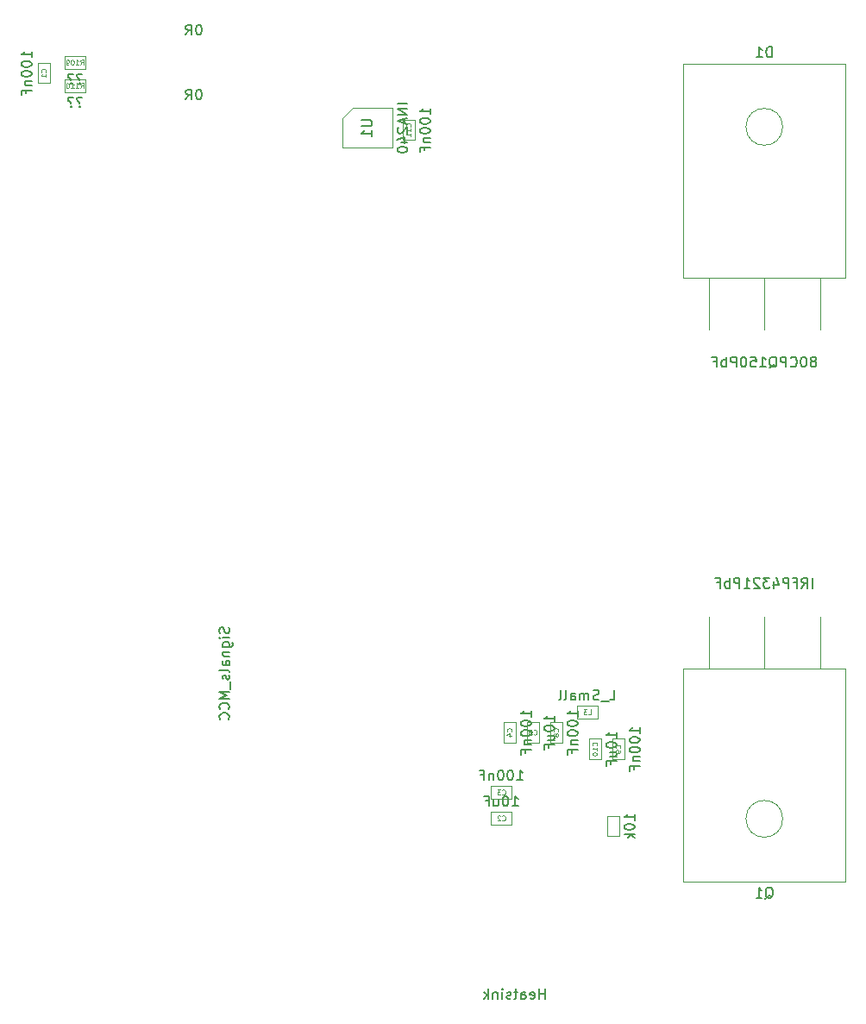
<source format=gbr>
G04 #@! TF.GenerationSoftware,KiCad,Pcbnew,(5.0.0-rc2-dev-586-g888c43477)*
G04 #@! TF.CreationDate,2018-06-03T12:19:04-03:00*
G04 #@! TF.ProjectId,Mcc18,4D636331382E6B696361645F70636200,rev?*
G04 #@! TF.SameCoordinates,Original*
G04 #@! TF.FileFunction,Other,Fab,Bot*
%FSLAX46Y46*%
G04 Gerber Fmt 4.6, Leading zero omitted, Abs format (unit mm)*
G04 Created by KiCad (PCBNEW (5.0.0-rc2-dev-586-g888c43477)) date 06/03/18 12:19:04*
%MOMM*%
%LPD*%
G01*
G04 APERTURE LIST*
%ADD10C,0.100000*%
%ADD11C,0.150000*%
%ADD12C,0.080000*%
G04 APERTURE END LIST*
D10*
X104886000Y-53178000D02*
X104886000Y-51978000D01*
X104886000Y-51978000D02*
X102886000Y-51978000D01*
X102886000Y-51978000D02*
X102886000Y-53178000D01*
X102886000Y-53178000D02*
X104886000Y-53178000D01*
X104886000Y-50892000D02*
X104886000Y-49692000D01*
X104886000Y-49692000D02*
X102886000Y-49692000D01*
X102886000Y-49692000D02*
X102886000Y-50892000D01*
X102886000Y-50892000D02*
X104886000Y-50892000D01*
X137252000Y-57896000D02*
X137252000Y-55896000D01*
X136052000Y-57896000D02*
X137252000Y-57896000D01*
X136052000Y-55896000D02*
X136052000Y-57896000D01*
X137252000Y-55896000D02*
X136052000Y-55896000D01*
X100238000Y-50308000D02*
X100238000Y-52308000D01*
X101438000Y-50308000D02*
X100238000Y-50308000D01*
X101438000Y-52308000D02*
X101438000Y-50308000D01*
X100238000Y-52308000D02*
X101438000Y-52308000D01*
X130138000Y-55758040D02*
X130138000Y-58658040D01*
X130138000Y-58658040D02*
X135038000Y-58658040D01*
X135038000Y-58658040D02*
X135038000Y-54758040D01*
X135038000Y-54758040D02*
X131138000Y-54758040D01*
X131138000Y-54758040D02*
X130138000Y-55758040D01*
X173371000Y-124508000D02*
G75*
G03X173371000Y-124508000I-1805000J0D01*
G01*
X179516000Y-109728000D02*
X179516000Y-130678000D01*
X179516000Y-130678000D02*
X163616000Y-130678000D01*
X163616000Y-130678000D02*
X163616000Y-109728000D01*
X163616000Y-109728000D02*
X179516000Y-109728000D01*
X177016000Y-109728000D02*
X177016000Y-104648000D01*
X171566000Y-109728000D02*
X171566000Y-104648000D01*
X166116000Y-109728000D02*
X166116000Y-104648000D01*
X177016000Y-71374000D02*
X177016000Y-76454000D01*
X171566000Y-71374000D02*
X171566000Y-76454000D01*
X166116000Y-71374000D02*
X166116000Y-76454000D01*
X179516000Y-71374000D02*
X163616000Y-71374000D01*
X179516000Y-50424000D02*
X179516000Y-71374000D01*
X163616000Y-50424000D02*
X179516000Y-50424000D01*
X163616000Y-71374000D02*
X163616000Y-50424000D01*
X173371000Y-56594000D02*
G75*
G03X173371000Y-56594000I-1805000J0D01*
G01*
X147158000Y-115029500D02*
X145958000Y-115029500D01*
X145958000Y-115029500D02*
X145958000Y-117029500D01*
X145958000Y-117029500D02*
X147158000Y-117029500D01*
X147158000Y-117029500D02*
X147158000Y-115029500D01*
X155178000Y-113446000D02*
X153178000Y-113446000D01*
X155178000Y-114646000D02*
X155178000Y-113446000D01*
X153178000Y-114646000D02*
X155178000Y-114646000D01*
X153178000Y-113446000D02*
X153178000Y-114646000D01*
X149444000Y-117029500D02*
X149444000Y-115029500D01*
X148244000Y-117029500D02*
X149444000Y-117029500D01*
X148244000Y-115029500D02*
X148244000Y-117029500D01*
X149444000Y-115029500D02*
X148244000Y-115029500D01*
X144747500Y-123860000D02*
X144747500Y-125060000D01*
X144747500Y-125060000D02*
X146747500Y-125060000D01*
X146747500Y-125060000D02*
X146747500Y-123860000D01*
X146747500Y-123860000D02*
X144747500Y-123860000D01*
X155540000Y-118650500D02*
X155540000Y-116650500D01*
X154340000Y-118650500D02*
X155540000Y-118650500D01*
X154340000Y-116650500D02*
X154340000Y-118650500D01*
X155540000Y-116650500D02*
X154340000Y-116650500D01*
X151730000Y-115029500D02*
X150530000Y-115029500D01*
X150530000Y-115029500D02*
X150530000Y-117029500D01*
X150530000Y-117029500D02*
X151730000Y-117029500D01*
X151730000Y-117029500D02*
X151730000Y-115029500D01*
X157826000Y-118650500D02*
X157826000Y-116650500D01*
X156626000Y-118650500D02*
X157826000Y-118650500D01*
X156626000Y-116650500D02*
X156626000Y-118650500D01*
X157826000Y-116650500D02*
X156626000Y-116650500D01*
X146747500Y-121320000D02*
X144747500Y-121320000D01*
X146747500Y-122520000D02*
X146747500Y-121320000D01*
X144747500Y-122520000D02*
X146747500Y-122520000D01*
X144747500Y-121320000D02*
X144747500Y-122520000D01*
X157318000Y-126222000D02*
X157318000Y-124222000D01*
X156118000Y-126222000D02*
X157318000Y-126222000D01*
X156118000Y-124222000D02*
X156118000Y-126222000D01*
X157318000Y-124222000D02*
X156118000Y-124222000D01*
D11*
X119014761Y-105736000D02*
X119062380Y-105878857D01*
X119062380Y-106116952D01*
X119014761Y-106212190D01*
X118967142Y-106259809D01*
X118871904Y-106307428D01*
X118776666Y-106307428D01*
X118681428Y-106259809D01*
X118633809Y-106212190D01*
X118586190Y-106116952D01*
X118538571Y-105926476D01*
X118490952Y-105831238D01*
X118443333Y-105783619D01*
X118348095Y-105736000D01*
X118252857Y-105736000D01*
X118157619Y-105783619D01*
X118110000Y-105831238D01*
X118062380Y-105926476D01*
X118062380Y-106164571D01*
X118110000Y-106307428D01*
X119062380Y-106736000D02*
X118395714Y-106736000D01*
X118062380Y-106736000D02*
X118110000Y-106688380D01*
X118157619Y-106736000D01*
X118110000Y-106783619D01*
X118062380Y-106736000D01*
X118157619Y-106736000D01*
X118395714Y-107640761D02*
X119205238Y-107640761D01*
X119300476Y-107593142D01*
X119348095Y-107545523D01*
X119395714Y-107450285D01*
X119395714Y-107307428D01*
X119348095Y-107212190D01*
X119014761Y-107640761D02*
X119062380Y-107545523D01*
X119062380Y-107355047D01*
X119014761Y-107259809D01*
X118967142Y-107212190D01*
X118871904Y-107164571D01*
X118586190Y-107164571D01*
X118490952Y-107212190D01*
X118443333Y-107259809D01*
X118395714Y-107355047D01*
X118395714Y-107545523D01*
X118443333Y-107640761D01*
X118395714Y-108116952D02*
X119062380Y-108116952D01*
X118490952Y-108116952D02*
X118443333Y-108164571D01*
X118395714Y-108259809D01*
X118395714Y-108402666D01*
X118443333Y-108497904D01*
X118538571Y-108545523D01*
X119062380Y-108545523D01*
X119062380Y-109450285D02*
X118538571Y-109450285D01*
X118443333Y-109402666D01*
X118395714Y-109307428D01*
X118395714Y-109116952D01*
X118443333Y-109021714D01*
X119014761Y-109450285D02*
X119062380Y-109355047D01*
X119062380Y-109116952D01*
X119014761Y-109021714D01*
X118919523Y-108974095D01*
X118824285Y-108974095D01*
X118729047Y-109021714D01*
X118681428Y-109116952D01*
X118681428Y-109355047D01*
X118633809Y-109450285D01*
X119062380Y-110069333D02*
X119014761Y-109974095D01*
X118919523Y-109926476D01*
X118062380Y-109926476D01*
X119014761Y-110402666D02*
X119062380Y-110497904D01*
X119062380Y-110688380D01*
X119014761Y-110783619D01*
X118919523Y-110831238D01*
X118871904Y-110831238D01*
X118776666Y-110783619D01*
X118729047Y-110688380D01*
X118729047Y-110545523D01*
X118681428Y-110450285D01*
X118586190Y-110402666D01*
X118538571Y-110402666D01*
X118443333Y-110450285D01*
X118395714Y-110545523D01*
X118395714Y-110688380D01*
X118443333Y-110783619D01*
X119157619Y-111021714D02*
X119157619Y-111783619D01*
X119062380Y-112021714D02*
X118062380Y-112021714D01*
X118776666Y-112355047D01*
X118062380Y-112688380D01*
X119062380Y-112688380D01*
X118967142Y-113736000D02*
X119014761Y-113688380D01*
X119062380Y-113545523D01*
X119062380Y-113450285D01*
X119014761Y-113307428D01*
X118919523Y-113212190D01*
X118824285Y-113164571D01*
X118633809Y-113116952D01*
X118490952Y-113116952D01*
X118300476Y-113164571D01*
X118205238Y-113212190D01*
X118110000Y-113307428D01*
X118062380Y-113450285D01*
X118062380Y-113545523D01*
X118110000Y-113688380D01*
X118157619Y-113736000D01*
X118967142Y-114736000D02*
X119014761Y-114688380D01*
X119062380Y-114545523D01*
X119062380Y-114450285D01*
X119014761Y-114307428D01*
X118919523Y-114212190D01*
X118824285Y-114164571D01*
X118633809Y-114116952D01*
X118490952Y-114116952D01*
X118300476Y-114164571D01*
X118205238Y-114212190D01*
X118110000Y-114307428D01*
X118062380Y-114450285D01*
X118062380Y-114545523D01*
X118110000Y-114688380D01*
X118157619Y-114736000D01*
X116117619Y-52914380D02*
X116022380Y-52914380D01*
X115927142Y-52962000D01*
X115879523Y-53009619D01*
X115831904Y-53104857D01*
X115784285Y-53295333D01*
X115784285Y-53533428D01*
X115831904Y-53723904D01*
X115879523Y-53819142D01*
X115927142Y-53866761D01*
X116022380Y-53914380D01*
X116117619Y-53914380D01*
X116212857Y-53866761D01*
X116260476Y-53819142D01*
X116308095Y-53723904D01*
X116355714Y-53533428D01*
X116355714Y-53295333D01*
X116308095Y-53104857D01*
X116260476Y-53009619D01*
X116212857Y-52962000D01*
X116117619Y-52914380D01*
X114784285Y-53914380D02*
X115117619Y-53438190D01*
X115355714Y-53914380D02*
X115355714Y-52914380D01*
X114974761Y-52914380D01*
X114879523Y-52962000D01*
X114831904Y-53009619D01*
X114784285Y-53104857D01*
X114784285Y-53247714D01*
X114831904Y-53342952D01*
X114879523Y-53390571D01*
X114974761Y-53438190D01*
X115355714Y-53438190D01*
X116117619Y-46574380D02*
X116022380Y-46574380D01*
X115927142Y-46622000D01*
X115879523Y-46669619D01*
X115831904Y-46764857D01*
X115784285Y-46955333D01*
X115784285Y-47193428D01*
X115831904Y-47383904D01*
X115879523Y-47479142D01*
X115927142Y-47526761D01*
X116022380Y-47574380D01*
X116117619Y-47574380D01*
X116212857Y-47526761D01*
X116260476Y-47479142D01*
X116308095Y-47383904D01*
X116355714Y-47193428D01*
X116355714Y-46955333D01*
X116308095Y-46764857D01*
X116260476Y-46669619D01*
X116212857Y-46622000D01*
X116117619Y-46574380D01*
X114784285Y-47574380D02*
X115117619Y-47098190D01*
X115355714Y-47574380D02*
X115355714Y-46574380D01*
X114974761Y-46574380D01*
X114879523Y-46622000D01*
X114831904Y-46669619D01*
X114784285Y-46764857D01*
X114784285Y-46907714D01*
X114831904Y-47002952D01*
X114879523Y-47050571D01*
X114974761Y-47098190D01*
X115355714Y-47098190D01*
X104362190Y-54585142D02*
X104314571Y-54632761D01*
X104362190Y-54680380D01*
X104409809Y-54632761D01*
X104362190Y-54585142D01*
X104362190Y-54680380D01*
X104552666Y-53728000D02*
X104457428Y-53680380D01*
X104219333Y-53680380D01*
X104124095Y-53728000D01*
X104076476Y-53823238D01*
X104076476Y-53918476D01*
X104124095Y-54013714D01*
X104171714Y-54061333D01*
X104266952Y-54108952D01*
X104314571Y-54156571D01*
X104362190Y-54251809D01*
X104362190Y-54299428D01*
X103505047Y-54585142D02*
X103457428Y-54632761D01*
X103505047Y-54680380D01*
X103552666Y-54632761D01*
X103505047Y-54585142D01*
X103505047Y-54680380D01*
X103695523Y-53728000D02*
X103600285Y-53680380D01*
X103362190Y-53680380D01*
X103266952Y-53728000D01*
X103219333Y-53823238D01*
X103219333Y-53918476D01*
X103266952Y-54013714D01*
X103314571Y-54061333D01*
X103409809Y-54108952D01*
X103457428Y-54156571D01*
X103505047Y-54251809D01*
X103505047Y-54299428D01*
D12*
X104445523Y-52804190D02*
X104612190Y-52566095D01*
X104731238Y-52804190D02*
X104731238Y-52304190D01*
X104540761Y-52304190D01*
X104493142Y-52328000D01*
X104469333Y-52351809D01*
X104445523Y-52399428D01*
X104445523Y-52470857D01*
X104469333Y-52518476D01*
X104493142Y-52542285D01*
X104540761Y-52566095D01*
X104731238Y-52566095D01*
X103969333Y-52804190D02*
X104255047Y-52804190D01*
X104112190Y-52804190D02*
X104112190Y-52304190D01*
X104159809Y-52375619D01*
X104207428Y-52423238D01*
X104255047Y-52447047D01*
X103493142Y-52804190D02*
X103778857Y-52804190D01*
X103636000Y-52804190D02*
X103636000Y-52304190D01*
X103683619Y-52375619D01*
X103731238Y-52423238D01*
X103778857Y-52447047D01*
X103183619Y-52304190D02*
X103136000Y-52304190D01*
X103088380Y-52328000D01*
X103064571Y-52351809D01*
X103040761Y-52399428D01*
X103016952Y-52494666D01*
X103016952Y-52613714D01*
X103040761Y-52708952D01*
X103064571Y-52756571D01*
X103088380Y-52780380D01*
X103136000Y-52804190D01*
X103183619Y-52804190D01*
X103231238Y-52780380D01*
X103255047Y-52756571D01*
X103278857Y-52708952D01*
X103302666Y-52613714D01*
X103302666Y-52494666D01*
X103278857Y-52399428D01*
X103255047Y-52351809D01*
X103231238Y-52328000D01*
X103183619Y-52304190D01*
D11*
X104362190Y-52299142D02*
X104314571Y-52346761D01*
X104362190Y-52394380D01*
X104409809Y-52346761D01*
X104362190Y-52299142D01*
X104362190Y-52394380D01*
X104552666Y-51442000D02*
X104457428Y-51394380D01*
X104219333Y-51394380D01*
X104124095Y-51442000D01*
X104076476Y-51537238D01*
X104076476Y-51632476D01*
X104124095Y-51727714D01*
X104171714Y-51775333D01*
X104266952Y-51822952D01*
X104314571Y-51870571D01*
X104362190Y-51965809D01*
X104362190Y-52013428D01*
X103505047Y-52299142D02*
X103457428Y-52346761D01*
X103505047Y-52394380D01*
X103552666Y-52346761D01*
X103505047Y-52299142D01*
X103505047Y-52394380D01*
X103695523Y-51442000D02*
X103600285Y-51394380D01*
X103362190Y-51394380D01*
X103266952Y-51442000D01*
X103219333Y-51537238D01*
X103219333Y-51632476D01*
X103266952Y-51727714D01*
X103314571Y-51775333D01*
X103409809Y-51822952D01*
X103457428Y-51870571D01*
X103505047Y-51965809D01*
X103505047Y-52013428D01*
D12*
X104445523Y-50518190D02*
X104612190Y-50280095D01*
X104731238Y-50518190D02*
X104731238Y-50018190D01*
X104540761Y-50018190D01*
X104493142Y-50042000D01*
X104469333Y-50065809D01*
X104445523Y-50113428D01*
X104445523Y-50184857D01*
X104469333Y-50232476D01*
X104493142Y-50256285D01*
X104540761Y-50280095D01*
X104731238Y-50280095D01*
X103969333Y-50518190D02*
X104255047Y-50518190D01*
X104112190Y-50518190D02*
X104112190Y-50018190D01*
X104159809Y-50089619D01*
X104207428Y-50137238D01*
X104255047Y-50161047D01*
X103659809Y-50018190D02*
X103612190Y-50018190D01*
X103564571Y-50042000D01*
X103540761Y-50065809D01*
X103516952Y-50113428D01*
X103493142Y-50208666D01*
X103493142Y-50327714D01*
X103516952Y-50422952D01*
X103540761Y-50470571D01*
X103564571Y-50494380D01*
X103612190Y-50518190D01*
X103659809Y-50518190D01*
X103707428Y-50494380D01*
X103731238Y-50470571D01*
X103755047Y-50422952D01*
X103778857Y-50327714D01*
X103778857Y-50208666D01*
X103755047Y-50113428D01*
X103731238Y-50065809D01*
X103707428Y-50042000D01*
X103659809Y-50018190D01*
X103255047Y-50518190D02*
X103159809Y-50518190D01*
X103112190Y-50494380D01*
X103088380Y-50470571D01*
X103040761Y-50399142D01*
X103016952Y-50303904D01*
X103016952Y-50113428D01*
X103040761Y-50065809D01*
X103064571Y-50042000D01*
X103112190Y-50018190D01*
X103207428Y-50018190D01*
X103255047Y-50042000D01*
X103278857Y-50065809D01*
X103302666Y-50113428D01*
X103302666Y-50232476D01*
X103278857Y-50280095D01*
X103255047Y-50303904D01*
X103207428Y-50327714D01*
X103112190Y-50327714D01*
X103064571Y-50303904D01*
X103040761Y-50280095D01*
X103016952Y-50232476D01*
D11*
X138754380Y-55348380D02*
X138754380Y-54776952D01*
X138754380Y-55062666D02*
X137754380Y-55062666D01*
X137897238Y-54967428D01*
X137992476Y-54872190D01*
X138040095Y-54776952D01*
X137754380Y-55967428D02*
X137754380Y-56062666D01*
X137802000Y-56157904D01*
X137849619Y-56205523D01*
X137944857Y-56253142D01*
X138135333Y-56300761D01*
X138373428Y-56300761D01*
X138563904Y-56253142D01*
X138659142Y-56205523D01*
X138706761Y-56157904D01*
X138754380Y-56062666D01*
X138754380Y-55967428D01*
X138706761Y-55872190D01*
X138659142Y-55824571D01*
X138563904Y-55776952D01*
X138373428Y-55729333D01*
X138135333Y-55729333D01*
X137944857Y-55776952D01*
X137849619Y-55824571D01*
X137802000Y-55872190D01*
X137754380Y-55967428D01*
X137754380Y-56919809D02*
X137754380Y-57015047D01*
X137802000Y-57110285D01*
X137849619Y-57157904D01*
X137944857Y-57205523D01*
X138135333Y-57253142D01*
X138373428Y-57253142D01*
X138563904Y-57205523D01*
X138659142Y-57157904D01*
X138706761Y-57110285D01*
X138754380Y-57015047D01*
X138754380Y-56919809D01*
X138706761Y-56824571D01*
X138659142Y-56776952D01*
X138563904Y-56729333D01*
X138373428Y-56681714D01*
X138135333Y-56681714D01*
X137944857Y-56729333D01*
X137849619Y-56776952D01*
X137802000Y-56824571D01*
X137754380Y-56919809D01*
X138087714Y-57681714D02*
X138754380Y-57681714D01*
X138182952Y-57681714D02*
X138135333Y-57729333D01*
X138087714Y-57824571D01*
X138087714Y-57967428D01*
X138135333Y-58062666D01*
X138230571Y-58110285D01*
X138754380Y-58110285D01*
X138230571Y-58919809D02*
X138230571Y-58586476D01*
X138754380Y-58586476D02*
X137754380Y-58586476D01*
X137754380Y-59062666D01*
D12*
X136830571Y-56574571D02*
X136854380Y-56550761D01*
X136878190Y-56479333D01*
X136878190Y-56431714D01*
X136854380Y-56360285D01*
X136806761Y-56312666D01*
X136759142Y-56288857D01*
X136663904Y-56265047D01*
X136592476Y-56265047D01*
X136497238Y-56288857D01*
X136449619Y-56312666D01*
X136402000Y-56360285D01*
X136378190Y-56431714D01*
X136378190Y-56479333D01*
X136402000Y-56550761D01*
X136425809Y-56574571D01*
X136878190Y-57050761D02*
X136878190Y-56765047D01*
X136878190Y-56907904D02*
X136378190Y-56907904D01*
X136449619Y-56860285D01*
X136497238Y-56812666D01*
X136521047Y-56765047D01*
X136878190Y-57526952D02*
X136878190Y-57241238D01*
X136878190Y-57384095D02*
X136378190Y-57384095D01*
X136449619Y-57336476D01*
X136497238Y-57288857D01*
X136521047Y-57241238D01*
D11*
X99640380Y-49760380D02*
X99640380Y-49188952D01*
X99640380Y-49474666D02*
X98640380Y-49474666D01*
X98783238Y-49379428D01*
X98878476Y-49284190D01*
X98926095Y-49188952D01*
X98640380Y-50379428D02*
X98640380Y-50474666D01*
X98688000Y-50569904D01*
X98735619Y-50617523D01*
X98830857Y-50665142D01*
X99021333Y-50712761D01*
X99259428Y-50712761D01*
X99449904Y-50665142D01*
X99545142Y-50617523D01*
X99592761Y-50569904D01*
X99640380Y-50474666D01*
X99640380Y-50379428D01*
X99592761Y-50284190D01*
X99545142Y-50236571D01*
X99449904Y-50188952D01*
X99259428Y-50141333D01*
X99021333Y-50141333D01*
X98830857Y-50188952D01*
X98735619Y-50236571D01*
X98688000Y-50284190D01*
X98640380Y-50379428D01*
X98640380Y-51331809D02*
X98640380Y-51427047D01*
X98688000Y-51522285D01*
X98735619Y-51569904D01*
X98830857Y-51617523D01*
X99021333Y-51665142D01*
X99259428Y-51665142D01*
X99449904Y-51617523D01*
X99545142Y-51569904D01*
X99592761Y-51522285D01*
X99640380Y-51427047D01*
X99640380Y-51331809D01*
X99592761Y-51236571D01*
X99545142Y-51188952D01*
X99449904Y-51141333D01*
X99259428Y-51093714D01*
X99021333Y-51093714D01*
X98830857Y-51141333D01*
X98735619Y-51188952D01*
X98688000Y-51236571D01*
X98640380Y-51331809D01*
X98973714Y-52093714D02*
X99640380Y-52093714D01*
X99068952Y-52093714D02*
X99021333Y-52141333D01*
X98973714Y-52236571D01*
X98973714Y-52379428D01*
X99021333Y-52474666D01*
X99116571Y-52522285D01*
X99640380Y-52522285D01*
X99116571Y-53331809D02*
X99116571Y-52998476D01*
X99640380Y-52998476D02*
X98640380Y-52998476D01*
X98640380Y-53474666D01*
D12*
X101016571Y-51224666D02*
X101040380Y-51200857D01*
X101064190Y-51129428D01*
X101064190Y-51081809D01*
X101040380Y-51010380D01*
X100992761Y-50962761D01*
X100945142Y-50938952D01*
X100849904Y-50915142D01*
X100778476Y-50915142D01*
X100683238Y-50938952D01*
X100635619Y-50962761D01*
X100588000Y-51010380D01*
X100564190Y-51081809D01*
X100564190Y-51129428D01*
X100588000Y-51200857D01*
X100611809Y-51224666D01*
X101064190Y-51700857D02*
X101064190Y-51415142D01*
X101064190Y-51558000D02*
X100564190Y-51558000D01*
X100635619Y-51510380D01*
X100683238Y-51462761D01*
X100707047Y-51415142D01*
D11*
X136540380Y-54327087D02*
X135540380Y-54327087D01*
X136540380Y-54803278D02*
X135540380Y-54803278D01*
X136540380Y-55374706D01*
X135540380Y-55374706D01*
X136254666Y-55803278D02*
X136254666Y-56279468D01*
X136540380Y-55708040D02*
X135540380Y-56041373D01*
X136540380Y-56374706D01*
X135635619Y-56660420D02*
X135588000Y-56708040D01*
X135540380Y-56803278D01*
X135540380Y-57041373D01*
X135588000Y-57136611D01*
X135635619Y-57184230D01*
X135730857Y-57231849D01*
X135826095Y-57231849D01*
X135968952Y-57184230D01*
X136540380Y-56612801D01*
X136540380Y-57231849D01*
X135873714Y-58088992D02*
X136540380Y-58088992D01*
X135492761Y-57850897D02*
X136207047Y-57612801D01*
X136207047Y-58231849D01*
X135540380Y-58803278D02*
X135540380Y-58898516D01*
X135588000Y-58993754D01*
X135635619Y-59041373D01*
X135730857Y-59088992D01*
X135921333Y-59136611D01*
X136159428Y-59136611D01*
X136349904Y-59088992D01*
X136445142Y-59041373D01*
X136492761Y-58993754D01*
X136540380Y-58898516D01*
X136540380Y-58803278D01*
X136492761Y-58708040D01*
X136445142Y-58660420D01*
X136349904Y-58612801D01*
X136159428Y-58565182D01*
X135921333Y-58565182D01*
X135730857Y-58612801D01*
X135635619Y-58660420D01*
X135588000Y-58708040D01*
X135540380Y-58803278D01*
X132040380Y-55946135D02*
X132849904Y-55946135D01*
X132945142Y-55993754D01*
X132992761Y-56041373D01*
X133040380Y-56136611D01*
X133040380Y-56327087D01*
X132992761Y-56422325D01*
X132945142Y-56469944D01*
X132849904Y-56517563D01*
X132040380Y-56517563D01*
X133040380Y-57517563D02*
X133040380Y-56946135D01*
X133040380Y-57231849D02*
X132040380Y-57231849D01*
X132183238Y-57136611D01*
X132278476Y-57041373D01*
X132326095Y-56946135D01*
X150018380Y-142176380D02*
X150018380Y-141176380D01*
X150018380Y-141652571D02*
X149446952Y-141652571D01*
X149446952Y-142176380D02*
X149446952Y-141176380D01*
X148589809Y-142128761D02*
X148685047Y-142176380D01*
X148875523Y-142176380D01*
X148970761Y-142128761D01*
X149018380Y-142033523D01*
X149018380Y-141652571D01*
X148970761Y-141557333D01*
X148875523Y-141509714D01*
X148685047Y-141509714D01*
X148589809Y-141557333D01*
X148542190Y-141652571D01*
X148542190Y-141747809D01*
X149018380Y-141843047D01*
X147685047Y-142176380D02*
X147685047Y-141652571D01*
X147732666Y-141557333D01*
X147827904Y-141509714D01*
X148018380Y-141509714D01*
X148113619Y-141557333D01*
X147685047Y-142128761D02*
X147780285Y-142176380D01*
X148018380Y-142176380D01*
X148113619Y-142128761D01*
X148161238Y-142033523D01*
X148161238Y-141938285D01*
X148113619Y-141843047D01*
X148018380Y-141795428D01*
X147780285Y-141795428D01*
X147685047Y-141747809D01*
X147351714Y-141509714D02*
X146970761Y-141509714D01*
X147208857Y-141176380D02*
X147208857Y-142033523D01*
X147161238Y-142128761D01*
X147066000Y-142176380D01*
X146970761Y-142176380D01*
X146685047Y-142128761D02*
X146589809Y-142176380D01*
X146399333Y-142176380D01*
X146304095Y-142128761D01*
X146256476Y-142033523D01*
X146256476Y-141985904D01*
X146304095Y-141890666D01*
X146399333Y-141843047D01*
X146542190Y-141843047D01*
X146637428Y-141795428D01*
X146685047Y-141700190D01*
X146685047Y-141652571D01*
X146637428Y-141557333D01*
X146542190Y-141509714D01*
X146399333Y-141509714D01*
X146304095Y-141557333D01*
X145827904Y-142176380D02*
X145827904Y-141509714D01*
X145827904Y-141176380D02*
X145875523Y-141224000D01*
X145827904Y-141271619D01*
X145780285Y-141224000D01*
X145827904Y-141176380D01*
X145827904Y-141271619D01*
X145351714Y-141509714D02*
X145351714Y-142176380D01*
X145351714Y-141604952D02*
X145304095Y-141557333D01*
X145208857Y-141509714D01*
X145066000Y-141509714D01*
X144970761Y-141557333D01*
X144923142Y-141652571D01*
X144923142Y-142176380D01*
X144446952Y-142176380D02*
X144446952Y-141176380D01*
X144351714Y-141795428D02*
X144066000Y-142176380D01*
X144066000Y-141509714D02*
X144446952Y-141890666D01*
X176280285Y-101850380D02*
X176280285Y-100850380D01*
X175232666Y-101850380D02*
X175566000Y-101374190D01*
X175804095Y-101850380D02*
X175804095Y-100850380D01*
X175423142Y-100850380D01*
X175327904Y-100898000D01*
X175280285Y-100945619D01*
X175232666Y-101040857D01*
X175232666Y-101183714D01*
X175280285Y-101278952D01*
X175327904Y-101326571D01*
X175423142Y-101374190D01*
X175804095Y-101374190D01*
X174470761Y-101326571D02*
X174804095Y-101326571D01*
X174804095Y-101850380D02*
X174804095Y-100850380D01*
X174327904Y-100850380D01*
X173946952Y-101850380D02*
X173946952Y-100850380D01*
X173566000Y-100850380D01*
X173470761Y-100898000D01*
X173423142Y-100945619D01*
X173375523Y-101040857D01*
X173375523Y-101183714D01*
X173423142Y-101278952D01*
X173470761Y-101326571D01*
X173566000Y-101374190D01*
X173946952Y-101374190D01*
X172518380Y-101183714D02*
X172518380Y-101850380D01*
X172756476Y-100802761D02*
X172994571Y-101517047D01*
X172375523Y-101517047D01*
X172089809Y-100850380D02*
X171470761Y-100850380D01*
X171804095Y-101231333D01*
X171661238Y-101231333D01*
X171566000Y-101278952D01*
X171518380Y-101326571D01*
X171470761Y-101421809D01*
X171470761Y-101659904D01*
X171518380Y-101755142D01*
X171566000Y-101802761D01*
X171661238Y-101850380D01*
X171946952Y-101850380D01*
X172042190Y-101802761D01*
X172089809Y-101755142D01*
X171089809Y-100945619D02*
X171042190Y-100898000D01*
X170946952Y-100850380D01*
X170708857Y-100850380D01*
X170613619Y-100898000D01*
X170566000Y-100945619D01*
X170518380Y-101040857D01*
X170518380Y-101136095D01*
X170566000Y-101278952D01*
X171137428Y-101850380D01*
X170518380Y-101850380D01*
X169566000Y-101850380D02*
X170137428Y-101850380D01*
X169851714Y-101850380D02*
X169851714Y-100850380D01*
X169946952Y-100993238D01*
X170042190Y-101088476D01*
X170137428Y-101136095D01*
X169137428Y-101850380D02*
X169137428Y-100850380D01*
X168756476Y-100850380D01*
X168661238Y-100898000D01*
X168613619Y-100945619D01*
X168566000Y-101040857D01*
X168566000Y-101183714D01*
X168613619Y-101278952D01*
X168661238Y-101326571D01*
X168756476Y-101374190D01*
X169137428Y-101374190D01*
X168137428Y-101850380D02*
X168137428Y-100850380D01*
X168137428Y-101231333D02*
X168042190Y-101183714D01*
X167851714Y-101183714D01*
X167756476Y-101231333D01*
X167708857Y-101278952D01*
X167661238Y-101374190D01*
X167661238Y-101659904D01*
X167708857Y-101755142D01*
X167756476Y-101802761D01*
X167851714Y-101850380D01*
X168042190Y-101850380D01*
X168137428Y-101802761D01*
X166899333Y-101326571D02*
X167232666Y-101326571D01*
X167232666Y-101850380D02*
X167232666Y-100850380D01*
X166756476Y-100850380D01*
X171661238Y-132345619D02*
X171756476Y-132298000D01*
X171851714Y-132202761D01*
X171994571Y-132059904D01*
X172089809Y-132012285D01*
X172185047Y-132012285D01*
X172137428Y-132250380D02*
X172232666Y-132202761D01*
X172327904Y-132107523D01*
X172375523Y-131917047D01*
X172375523Y-131583714D01*
X172327904Y-131393238D01*
X172232666Y-131298000D01*
X172137428Y-131250380D01*
X171946952Y-131250380D01*
X171851714Y-131298000D01*
X171756476Y-131393238D01*
X171708857Y-131583714D01*
X171708857Y-131917047D01*
X171756476Y-132107523D01*
X171851714Y-132202761D01*
X171946952Y-132250380D01*
X172137428Y-132250380D01*
X170756476Y-132250380D02*
X171327904Y-132250380D01*
X171042190Y-132250380D02*
X171042190Y-131250380D01*
X171137428Y-131393238D01*
X171232666Y-131488476D01*
X171327904Y-131536095D01*
X176470761Y-79584952D02*
X176566000Y-79537333D01*
X176613619Y-79489714D01*
X176661238Y-79394476D01*
X176661238Y-79346857D01*
X176613619Y-79251619D01*
X176566000Y-79204000D01*
X176470761Y-79156380D01*
X176280285Y-79156380D01*
X176185047Y-79204000D01*
X176137428Y-79251619D01*
X176089809Y-79346857D01*
X176089809Y-79394476D01*
X176137428Y-79489714D01*
X176185047Y-79537333D01*
X176280285Y-79584952D01*
X176470761Y-79584952D01*
X176566000Y-79632571D01*
X176613619Y-79680190D01*
X176661238Y-79775428D01*
X176661238Y-79965904D01*
X176613619Y-80061142D01*
X176566000Y-80108761D01*
X176470761Y-80156380D01*
X176280285Y-80156380D01*
X176185047Y-80108761D01*
X176137428Y-80061142D01*
X176089809Y-79965904D01*
X176089809Y-79775428D01*
X176137428Y-79680190D01*
X176185047Y-79632571D01*
X176280285Y-79584952D01*
X175470761Y-79156380D02*
X175375523Y-79156380D01*
X175280285Y-79204000D01*
X175232666Y-79251619D01*
X175185047Y-79346857D01*
X175137428Y-79537333D01*
X175137428Y-79775428D01*
X175185047Y-79965904D01*
X175232666Y-80061142D01*
X175280285Y-80108761D01*
X175375523Y-80156380D01*
X175470761Y-80156380D01*
X175566000Y-80108761D01*
X175613619Y-80061142D01*
X175661238Y-79965904D01*
X175708857Y-79775428D01*
X175708857Y-79537333D01*
X175661238Y-79346857D01*
X175613619Y-79251619D01*
X175566000Y-79204000D01*
X175470761Y-79156380D01*
X174137428Y-80061142D02*
X174185047Y-80108761D01*
X174327904Y-80156380D01*
X174423142Y-80156380D01*
X174566000Y-80108761D01*
X174661238Y-80013523D01*
X174708857Y-79918285D01*
X174756476Y-79727809D01*
X174756476Y-79584952D01*
X174708857Y-79394476D01*
X174661238Y-79299238D01*
X174566000Y-79204000D01*
X174423142Y-79156380D01*
X174327904Y-79156380D01*
X174185047Y-79204000D01*
X174137428Y-79251619D01*
X173708857Y-80156380D02*
X173708857Y-79156380D01*
X173327904Y-79156380D01*
X173232666Y-79204000D01*
X173185047Y-79251619D01*
X173137428Y-79346857D01*
X173137428Y-79489714D01*
X173185047Y-79584952D01*
X173232666Y-79632571D01*
X173327904Y-79680190D01*
X173708857Y-79680190D01*
X172042190Y-80251619D02*
X172137428Y-80204000D01*
X172232666Y-80108761D01*
X172375523Y-79965904D01*
X172470761Y-79918285D01*
X172566000Y-79918285D01*
X172518380Y-80156380D02*
X172613619Y-80108761D01*
X172708857Y-80013523D01*
X172756476Y-79823047D01*
X172756476Y-79489714D01*
X172708857Y-79299238D01*
X172613619Y-79204000D01*
X172518380Y-79156380D01*
X172327904Y-79156380D01*
X172232666Y-79204000D01*
X172137428Y-79299238D01*
X172089809Y-79489714D01*
X172089809Y-79823047D01*
X172137428Y-80013523D01*
X172232666Y-80108761D01*
X172327904Y-80156380D01*
X172518380Y-80156380D01*
X171137428Y-80156380D02*
X171708857Y-80156380D01*
X171423142Y-80156380D02*
X171423142Y-79156380D01*
X171518380Y-79299238D01*
X171613619Y-79394476D01*
X171708857Y-79442095D01*
X170232666Y-79156380D02*
X170708857Y-79156380D01*
X170756476Y-79632571D01*
X170708857Y-79584952D01*
X170613619Y-79537333D01*
X170375523Y-79537333D01*
X170280285Y-79584952D01*
X170232666Y-79632571D01*
X170185047Y-79727809D01*
X170185047Y-79965904D01*
X170232666Y-80061142D01*
X170280285Y-80108761D01*
X170375523Y-80156380D01*
X170613619Y-80156380D01*
X170708857Y-80108761D01*
X170756476Y-80061142D01*
X169566000Y-79156380D02*
X169470761Y-79156380D01*
X169375523Y-79204000D01*
X169327904Y-79251619D01*
X169280285Y-79346857D01*
X169232666Y-79537333D01*
X169232666Y-79775428D01*
X169280285Y-79965904D01*
X169327904Y-80061142D01*
X169375523Y-80108761D01*
X169470761Y-80156380D01*
X169566000Y-80156380D01*
X169661238Y-80108761D01*
X169708857Y-80061142D01*
X169756476Y-79965904D01*
X169804095Y-79775428D01*
X169804095Y-79537333D01*
X169756476Y-79346857D01*
X169708857Y-79251619D01*
X169661238Y-79204000D01*
X169566000Y-79156380D01*
X168804095Y-80156380D02*
X168804095Y-79156380D01*
X168423142Y-79156380D01*
X168327904Y-79204000D01*
X168280285Y-79251619D01*
X168232666Y-79346857D01*
X168232666Y-79489714D01*
X168280285Y-79584952D01*
X168327904Y-79632571D01*
X168423142Y-79680190D01*
X168804095Y-79680190D01*
X167804095Y-80156380D02*
X167804095Y-79156380D01*
X167804095Y-79537333D02*
X167708857Y-79489714D01*
X167518380Y-79489714D01*
X167423142Y-79537333D01*
X167375523Y-79584952D01*
X167327904Y-79680190D01*
X167327904Y-79965904D01*
X167375523Y-80061142D01*
X167423142Y-80108761D01*
X167518380Y-80156380D01*
X167708857Y-80156380D01*
X167804095Y-80108761D01*
X166566000Y-79632571D02*
X166899333Y-79632571D01*
X166899333Y-80156380D02*
X166899333Y-79156380D01*
X166423142Y-79156380D01*
X172304095Y-49756380D02*
X172304095Y-48756380D01*
X172066000Y-48756380D01*
X171923142Y-48804000D01*
X171827904Y-48899238D01*
X171780285Y-48994476D01*
X171732666Y-49184952D01*
X171732666Y-49327809D01*
X171780285Y-49518285D01*
X171827904Y-49613523D01*
X171923142Y-49708761D01*
X172066000Y-49756380D01*
X172304095Y-49756380D01*
X170780285Y-49756380D02*
X171351714Y-49756380D01*
X171066000Y-49756380D02*
X171066000Y-48756380D01*
X171161238Y-48899238D01*
X171256476Y-48994476D01*
X171351714Y-49042095D01*
X148660380Y-114481880D02*
X148660380Y-113910452D01*
X148660380Y-114196166D02*
X147660380Y-114196166D01*
X147803238Y-114100928D01*
X147898476Y-114005690D01*
X147946095Y-113910452D01*
X147660380Y-115100928D02*
X147660380Y-115196166D01*
X147708000Y-115291404D01*
X147755619Y-115339023D01*
X147850857Y-115386642D01*
X148041333Y-115434261D01*
X148279428Y-115434261D01*
X148469904Y-115386642D01*
X148565142Y-115339023D01*
X148612761Y-115291404D01*
X148660380Y-115196166D01*
X148660380Y-115100928D01*
X148612761Y-115005690D01*
X148565142Y-114958071D01*
X148469904Y-114910452D01*
X148279428Y-114862833D01*
X148041333Y-114862833D01*
X147850857Y-114910452D01*
X147755619Y-114958071D01*
X147708000Y-115005690D01*
X147660380Y-115100928D01*
X147660380Y-116053309D02*
X147660380Y-116148547D01*
X147708000Y-116243785D01*
X147755619Y-116291404D01*
X147850857Y-116339023D01*
X148041333Y-116386642D01*
X148279428Y-116386642D01*
X148469904Y-116339023D01*
X148565142Y-116291404D01*
X148612761Y-116243785D01*
X148660380Y-116148547D01*
X148660380Y-116053309D01*
X148612761Y-115958071D01*
X148565142Y-115910452D01*
X148469904Y-115862833D01*
X148279428Y-115815214D01*
X148041333Y-115815214D01*
X147850857Y-115862833D01*
X147755619Y-115910452D01*
X147708000Y-115958071D01*
X147660380Y-116053309D01*
X147993714Y-116815214D02*
X148660380Y-116815214D01*
X148088952Y-116815214D02*
X148041333Y-116862833D01*
X147993714Y-116958071D01*
X147993714Y-117100928D01*
X148041333Y-117196166D01*
X148136571Y-117243785D01*
X148660380Y-117243785D01*
X148136571Y-118053309D02*
X148136571Y-117719976D01*
X148660380Y-117719976D02*
X147660380Y-117719976D01*
X147660380Y-118196166D01*
D12*
X146736571Y-115946166D02*
X146760380Y-115922357D01*
X146784190Y-115850928D01*
X146784190Y-115803309D01*
X146760380Y-115731880D01*
X146712761Y-115684261D01*
X146665142Y-115660452D01*
X146569904Y-115636642D01*
X146498476Y-115636642D01*
X146403238Y-115660452D01*
X146355619Y-115684261D01*
X146308000Y-115731880D01*
X146284190Y-115803309D01*
X146284190Y-115850928D01*
X146308000Y-115922357D01*
X146331809Y-115946166D01*
X146450857Y-116374738D02*
X146784190Y-116374738D01*
X146260380Y-116255690D02*
X146617523Y-116136642D01*
X146617523Y-116446166D01*
D11*
X156368476Y-112848380D02*
X156844666Y-112848380D01*
X156844666Y-111848380D01*
X156273238Y-112943619D02*
X155511333Y-112943619D01*
X155320857Y-112800761D02*
X155178000Y-112848380D01*
X154939904Y-112848380D01*
X154844666Y-112800761D01*
X154797047Y-112753142D01*
X154749428Y-112657904D01*
X154749428Y-112562666D01*
X154797047Y-112467428D01*
X154844666Y-112419809D01*
X154939904Y-112372190D01*
X155130380Y-112324571D01*
X155225619Y-112276952D01*
X155273238Y-112229333D01*
X155320857Y-112134095D01*
X155320857Y-112038857D01*
X155273238Y-111943619D01*
X155225619Y-111896000D01*
X155130380Y-111848380D01*
X154892285Y-111848380D01*
X154749428Y-111896000D01*
X154320857Y-112848380D02*
X154320857Y-112181714D01*
X154320857Y-112276952D02*
X154273238Y-112229333D01*
X154178000Y-112181714D01*
X154035142Y-112181714D01*
X153939904Y-112229333D01*
X153892285Y-112324571D01*
X153892285Y-112848380D01*
X153892285Y-112324571D02*
X153844666Y-112229333D01*
X153749428Y-112181714D01*
X153606571Y-112181714D01*
X153511333Y-112229333D01*
X153463714Y-112324571D01*
X153463714Y-112848380D01*
X152558952Y-112848380D02*
X152558952Y-112324571D01*
X152606571Y-112229333D01*
X152701809Y-112181714D01*
X152892285Y-112181714D01*
X152987523Y-112229333D01*
X152558952Y-112800761D02*
X152654190Y-112848380D01*
X152892285Y-112848380D01*
X152987523Y-112800761D01*
X153035142Y-112705523D01*
X153035142Y-112610285D01*
X152987523Y-112515047D01*
X152892285Y-112467428D01*
X152654190Y-112467428D01*
X152558952Y-112419809D01*
X151939904Y-112848380D02*
X152035142Y-112800761D01*
X152082761Y-112705523D01*
X152082761Y-111848380D01*
X151416095Y-112848380D02*
X151511333Y-112800761D01*
X151558952Y-112705523D01*
X151558952Y-111848380D01*
D12*
X154261333Y-114272190D02*
X154499428Y-114272190D01*
X154499428Y-113772190D01*
X154142285Y-113772190D02*
X153832761Y-113772190D01*
X153999428Y-113962666D01*
X153928000Y-113962666D01*
X153880380Y-113986476D01*
X153856571Y-114010285D01*
X153832761Y-114057904D01*
X153832761Y-114176952D01*
X153856571Y-114224571D01*
X153880380Y-114248380D01*
X153928000Y-114272190D01*
X154070857Y-114272190D01*
X154118476Y-114248380D01*
X154142285Y-114224571D01*
D11*
X150946380Y-114958071D02*
X150946380Y-114386642D01*
X150946380Y-114672357D02*
X149946380Y-114672357D01*
X150089238Y-114577119D01*
X150184476Y-114481880D01*
X150232095Y-114386642D01*
X149946380Y-115577119D02*
X149946380Y-115672357D01*
X149994000Y-115767595D01*
X150041619Y-115815214D01*
X150136857Y-115862833D01*
X150327333Y-115910452D01*
X150565428Y-115910452D01*
X150755904Y-115862833D01*
X150851142Y-115815214D01*
X150898761Y-115767595D01*
X150946380Y-115672357D01*
X150946380Y-115577119D01*
X150898761Y-115481880D01*
X150851142Y-115434261D01*
X150755904Y-115386642D01*
X150565428Y-115339023D01*
X150327333Y-115339023D01*
X150136857Y-115386642D01*
X150041619Y-115434261D01*
X149994000Y-115481880D01*
X149946380Y-115577119D01*
X150279714Y-116767595D02*
X150946380Y-116767595D01*
X150279714Y-116339023D02*
X150803523Y-116339023D01*
X150898761Y-116386642D01*
X150946380Y-116481880D01*
X150946380Y-116624738D01*
X150898761Y-116719976D01*
X150851142Y-116767595D01*
X150422571Y-117577119D02*
X150422571Y-117243785D01*
X150946380Y-117243785D02*
X149946380Y-117243785D01*
X149946380Y-117719976D01*
D12*
X148927333Y-116208071D02*
X148951142Y-116231880D01*
X149022571Y-116255690D01*
X149070190Y-116255690D01*
X149141619Y-116231880D01*
X149189238Y-116184261D01*
X149213047Y-116136642D01*
X149236857Y-116041404D01*
X149236857Y-115969976D01*
X149213047Y-115874738D01*
X149189238Y-115827119D01*
X149141619Y-115779500D01*
X149070190Y-115755690D01*
X149022571Y-115755690D01*
X148951142Y-115779500D01*
X148927333Y-115803309D01*
X148474952Y-115755690D02*
X148713047Y-115755690D01*
X148736857Y-115993785D01*
X148713047Y-115969976D01*
X148665428Y-115946166D01*
X148546380Y-115946166D01*
X148498761Y-115969976D01*
X148474952Y-115993785D01*
X148451142Y-116041404D01*
X148451142Y-116160452D01*
X148474952Y-116208071D01*
X148498761Y-116231880D01*
X148546380Y-116255690D01*
X148665428Y-116255690D01*
X148713047Y-116231880D01*
X148736857Y-116208071D01*
D11*
X146818928Y-123262380D02*
X147390357Y-123262380D01*
X147104642Y-123262380D02*
X147104642Y-122262380D01*
X147199880Y-122405238D01*
X147295119Y-122500476D01*
X147390357Y-122548095D01*
X146199880Y-122262380D02*
X146104642Y-122262380D01*
X146009404Y-122310000D01*
X145961785Y-122357619D01*
X145914166Y-122452857D01*
X145866547Y-122643333D01*
X145866547Y-122881428D01*
X145914166Y-123071904D01*
X145961785Y-123167142D01*
X146009404Y-123214761D01*
X146104642Y-123262380D01*
X146199880Y-123262380D01*
X146295119Y-123214761D01*
X146342738Y-123167142D01*
X146390357Y-123071904D01*
X146437976Y-122881428D01*
X146437976Y-122643333D01*
X146390357Y-122452857D01*
X146342738Y-122357619D01*
X146295119Y-122310000D01*
X146199880Y-122262380D01*
X145009404Y-122595714D02*
X145009404Y-123262380D01*
X145437976Y-122595714D02*
X145437976Y-123119523D01*
X145390357Y-123214761D01*
X145295119Y-123262380D01*
X145152261Y-123262380D01*
X145057023Y-123214761D01*
X145009404Y-123167142D01*
X144199880Y-122738571D02*
X144533214Y-122738571D01*
X144533214Y-123262380D02*
X144533214Y-122262380D01*
X144057023Y-122262380D01*
D12*
X145830833Y-124638571D02*
X145854642Y-124662380D01*
X145926071Y-124686190D01*
X145973690Y-124686190D01*
X146045119Y-124662380D01*
X146092738Y-124614761D01*
X146116547Y-124567142D01*
X146140357Y-124471904D01*
X146140357Y-124400476D01*
X146116547Y-124305238D01*
X146092738Y-124257619D01*
X146045119Y-124210000D01*
X145973690Y-124186190D01*
X145926071Y-124186190D01*
X145854642Y-124210000D01*
X145830833Y-124233809D01*
X145640357Y-124233809D02*
X145616547Y-124210000D01*
X145568928Y-124186190D01*
X145449880Y-124186190D01*
X145402261Y-124210000D01*
X145378452Y-124233809D01*
X145354642Y-124281428D01*
X145354642Y-124329047D01*
X145378452Y-124400476D01*
X145664166Y-124686190D01*
X145354642Y-124686190D01*
D11*
X157042380Y-116579071D02*
X157042380Y-116007642D01*
X157042380Y-116293357D02*
X156042380Y-116293357D01*
X156185238Y-116198119D01*
X156280476Y-116102880D01*
X156328095Y-116007642D01*
X156042380Y-117198119D02*
X156042380Y-117293357D01*
X156090000Y-117388595D01*
X156137619Y-117436214D01*
X156232857Y-117483833D01*
X156423333Y-117531452D01*
X156661428Y-117531452D01*
X156851904Y-117483833D01*
X156947142Y-117436214D01*
X156994761Y-117388595D01*
X157042380Y-117293357D01*
X157042380Y-117198119D01*
X156994761Y-117102880D01*
X156947142Y-117055261D01*
X156851904Y-117007642D01*
X156661428Y-116960023D01*
X156423333Y-116960023D01*
X156232857Y-117007642D01*
X156137619Y-117055261D01*
X156090000Y-117102880D01*
X156042380Y-117198119D01*
X156375714Y-118388595D02*
X157042380Y-118388595D01*
X156375714Y-117960023D02*
X156899523Y-117960023D01*
X156994761Y-118007642D01*
X157042380Y-118102880D01*
X157042380Y-118245738D01*
X156994761Y-118340976D01*
X156947142Y-118388595D01*
X156518571Y-119198119D02*
X156518571Y-118864785D01*
X157042380Y-118864785D02*
X156042380Y-118864785D01*
X156042380Y-119340976D01*
D12*
X155118571Y-117329071D02*
X155142380Y-117305261D01*
X155166190Y-117233833D01*
X155166190Y-117186214D01*
X155142380Y-117114785D01*
X155094761Y-117067166D01*
X155047142Y-117043357D01*
X154951904Y-117019547D01*
X154880476Y-117019547D01*
X154785238Y-117043357D01*
X154737619Y-117067166D01*
X154690000Y-117114785D01*
X154666190Y-117186214D01*
X154666190Y-117233833D01*
X154690000Y-117305261D01*
X154713809Y-117329071D01*
X155166190Y-117805261D02*
X155166190Y-117519547D01*
X155166190Y-117662404D02*
X154666190Y-117662404D01*
X154737619Y-117614785D01*
X154785238Y-117567166D01*
X154809047Y-117519547D01*
X154666190Y-118114785D02*
X154666190Y-118162404D01*
X154690000Y-118210023D01*
X154713809Y-118233833D01*
X154761428Y-118257642D01*
X154856666Y-118281452D01*
X154975714Y-118281452D01*
X155070952Y-118257642D01*
X155118571Y-118233833D01*
X155142380Y-118210023D01*
X155166190Y-118162404D01*
X155166190Y-118114785D01*
X155142380Y-118067166D01*
X155118571Y-118043357D01*
X155070952Y-118019547D01*
X154975714Y-117995738D01*
X154856666Y-117995738D01*
X154761428Y-118019547D01*
X154713809Y-118043357D01*
X154690000Y-118067166D01*
X154666190Y-118114785D01*
D11*
X153232380Y-114481880D02*
X153232380Y-113910452D01*
X153232380Y-114196166D02*
X152232380Y-114196166D01*
X152375238Y-114100928D01*
X152470476Y-114005690D01*
X152518095Y-113910452D01*
X152232380Y-115100928D02*
X152232380Y-115196166D01*
X152280000Y-115291404D01*
X152327619Y-115339023D01*
X152422857Y-115386642D01*
X152613333Y-115434261D01*
X152851428Y-115434261D01*
X153041904Y-115386642D01*
X153137142Y-115339023D01*
X153184761Y-115291404D01*
X153232380Y-115196166D01*
X153232380Y-115100928D01*
X153184761Y-115005690D01*
X153137142Y-114958071D01*
X153041904Y-114910452D01*
X152851428Y-114862833D01*
X152613333Y-114862833D01*
X152422857Y-114910452D01*
X152327619Y-114958071D01*
X152280000Y-115005690D01*
X152232380Y-115100928D01*
X152232380Y-116053309D02*
X152232380Y-116148547D01*
X152280000Y-116243785D01*
X152327619Y-116291404D01*
X152422857Y-116339023D01*
X152613333Y-116386642D01*
X152851428Y-116386642D01*
X153041904Y-116339023D01*
X153137142Y-116291404D01*
X153184761Y-116243785D01*
X153232380Y-116148547D01*
X153232380Y-116053309D01*
X153184761Y-115958071D01*
X153137142Y-115910452D01*
X153041904Y-115862833D01*
X152851428Y-115815214D01*
X152613333Y-115815214D01*
X152422857Y-115862833D01*
X152327619Y-115910452D01*
X152280000Y-115958071D01*
X152232380Y-116053309D01*
X152565714Y-116815214D02*
X153232380Y-116815214D01*
X152660952Y-116815214D02*
X152613333Y-116862833D01*
X152565714Y-116958071D01*
X152565714Y-117100928D01*
X152613333Y-117196166D01*
X152708571Y-117243785D01*
X153232380Y-117243785D01*
X152708571Y-118053309D02*
X152708571Y-117719976D01*
X153232380Y-117719976D02*
X152232380Y-117719976D01*
X152232380Y-118196166D01*
D12*
X151308571Y-115946166D02*
X151332380Y-115922357D01*
X151356190Y-115850928D01*
X151356190Y-115803309D01*
X151332380Y-115731880D01*
X151284761Y-115684261D01*
X151237142Y-115660452D01*
X151141904Y-115636642D01*
X151070476Y-115636642D01*
X150975238Y-115660452D01*
X150927619Y-115684261D01*
X150880000Y-115731880D01*
X150856190Y-115803309D01*
X150856190Y-115850928D01*
X150880000Y-115922357D01*
X150903809Y-115946166D01*
X151070476Y-116231880D02*
X151046666Y-116184261D01*
X151022857Y-116160452D01*
X150975238Y-116136642D01*
X150951428Y-116136642D01*
X150903809Y-116160452D01*
X150880000Y-116184261D01*
X150856190Y-116231880D01*
X150856190Y-116327119D01*
X150880000Y-116374738D01*
X150903809Y-116398547D01*
X150951428Y-116422357D01*
X150975238Y-116422357D01*
X151022857Y-116398547D01*
X151046666Y-116374738D01*
X151070476Y-116327119D01*
X151070476Y-116231880D01*
X151094285Y-116184261D01*
X151118095Y-116160452D01*
X151165714Y-116136642D01*
X151260952Y-116136642D01*
X151308571Y-116160452D01*
X151332380Y-116184261D01*
X151356190Y-116231880D01*
X151356190Y-116327119D01*
X151332380Y-116374738D01*
X151308571Y-116398547D01*
X151260952Y-116422357D01*
X151165714Y-116422357D01*
X151118095Y-116398547D01*
X151094285Y-116374738D01*
X151070476Y-116327119D01*
D11*
X159328380Y-116102880D02*
X159328380Y-115531452D01*
X159328380Y-115817166D02*
X158328380Y-115817166D01*
X158471238Y-115721928D01*
X158566476Y-115626690D01*
X158614095Y-115531452D01*
X158328380Y-116721928D02*
X158328380Y-116817166D01*
X158376000Y-116912404D01*
X158423619Y-116960023D01*
X158518857Y-117007642D01*
X158709333Y-117055261D01*
X158947428Y-117055261D01*
X159137904Y-117007642D01*
X159233142Y-116960023D01*
X159280761Y-116912404D01*
X159328380Y-116817166D01*
X159328380Y-116721928D01*
X159280761Y-116626690D01*
X159233142Y-116579071D01*
X159137904Y-116531452D01*
X158947428Y-116483833D01*
X158709333Y-116483833D01*
X158518857Y-116531452D01*
X158423619Y-116579071D01*
X158376000Y-116626690D01*
X158328380Y-116721928D01*
X158328380Y-117674309D02*
X158328380Y-117769547D01*
X158376000Y-117864785D01*
X158423619Y-117912404D01*
X158518857Y-117960023D01*
X158709333Y-118007642D01*
X158947428Y-118007642D01*
X159137904Y-117960023D01*
X159233142Y-117912404D01*
X159280761Y-117864785D01*
X159328380Y-117769547D01*
X159328380Y-117674309D01*
X159280761Y-117579071D01*
X159233142Y-117531452D01*
X159137904Y-117483833D01*
X158947428Y-117436214D01*
X158709333Y-117436214D01*
X158518857Y-117483833D01*
X158423619Y-117531452D01*
X158376000Y-117579071D01*
X158328380Y-117674309D01*
X158661714Y-118436214D02*
X159328380Y-118436214D01*
X158756952Y-118436214D02*
X158709333Y-118483833D01*
X158661714Y-118579071D01*
X158661714Y-118721928D01*
X158709333Y-118817166D01*
X158804571Y-118864785D01*
X159328380Y-118864785D01*
X158804571Y-119674309D02*
X158804571Y-119340976D01*
X159328380Y-119340976D02*
X158328380Y-119340976D01*
X158328380Y-119817166D01*
D12*
X157404571Y-117567166D02*
X157428380Y-117543357D01*
X157452190Y-117471928D01*
X157452190Y-117424309D01*
X157428380Y-117352880D01*
X157380761Y-117305261D01*
X157333142Y-117281452D01*
X157237904Y-117257642D01*
X157166476Y-117257642D01*
X157071238Y-117281452D01*
X157023619Y-117305261D01*
X156976000Y-117352880D01*
X156952190Y-117424309D01*
X156952190Y-117471928D01*
X156976000Y-117543357D01*
X156999809Y-117567166D01*
X157452190Y-117805261D02*
X157452190Y-117900500D01*
X157428380Y-117948119D01*
X157404571Y-117971928D01*
X157333142Y-118019547D01*
X157237904Y-118043357D01*
X157047428Y-118043357D01*
X156999809Y-118019547D01*
X156976000Y-117995738D01*
X156952190Y-117948119D01*
X156952190Y-117852880D01*
X156976000Y-117805261D01*
X156999809Y-117781452D01*
X157047428Y-117757642D01*
X157166476Y-117757642D01*
X157214095Y-117781452D01*
X157237904Y-117805261D01*
X157261714Y-117852880D01*
X157261714Y-117948119D01*
X157237904Y-117995738D01*
X157214095Y-118019547D01*
X157166476Y-118043357D01*
D11*
X147295119Y-120722380D02*
X147866547Y-120722380D01*
X147580833Y-120722380D02*
X147580833Y-119722380D01*
X147676071Y-119865238D01*
X147771309Y-119960476D01*
X147866547Y-120008095D01*
X146676071Y-119722380D02*
X146580833Y-119722380D01*
X146485595Y-119770000D01*
X146437976Y-119817619D01*
X146390357Y-119912857D01*
X146342738Y-120103333D01*
X146342738Y-120341428D01*
X146390357Y-120531904D01*
X146437976Y-120627142D01*
X146485595Y-120674761D01*
X146580833Y-120722380D01*
X146676071Y-120722380D01*
X146771309Y-120674761D01*
X146818928Y-120627142D01*
X146866547Y-120531904D01*
X146914166Y-120341428D01*
X146914166Y-120103333D01*
X146866547Y-119912857D01*
X146818928Y-119817619D01*
X146771309Y-119770000D01*
X146676071Y-119722380D01*
X145723690Y-119722380D02*
X145628452Y-119722380D01*
X145533214Y-119770000D01*
X145485595Y-119817619D01*
X145437976Y-119912857D01*
X145390357Y-120103333D01*
X145390357Y-120341428D01*
X145437976Y-120531904D01*
X145485595Y-120627142D01*
X145533214Y-120674761D01*
X145628452Y-120722380D01*
X145723690Y-120722380D01*
X145818928Y-120674761D01*
X145866547Y-120627142D01*
X145914166Y-120531904D01*
X145961785Y-120341428D01*
X145961785Y-120103333D01*
X145914166Y-119912857D01*
X145866547Y-119817619D01*
X145818928Y-119770000D01*
X145723690Y-119722380D01*
X144961785Y-120055714D02*
X144961785Y-120722380D01*
X144961785Y-120150952D02*
X144914166Y-120103333D01*
X144818928Y-120055714D01*
X144676071Y-120055714D01*
X144580833Y-120103333D01*
X144533214Y-120198571D01*
X144533214Y-120722380D01*
X143723690Y-120198571D02*
X144057023Y-120198571D01*
X144057023Y-120722380D02*
X144057023Y-119722380D01*
X143580833Y-119722380D01*
D12*
X145830833Y-122098571D02*
X145854642Y-122122380D01*
X145926071Y-122146190D01*
X145973690Y-122146190D01*
X146045119Y-122122380D01*
X146092738Y-122074761D01*
X146116547Y-122027142D01*
X146140357Y-121931904D01*
X146140357Y-121860476D01*
X146116547Y-121765238D01*
X146092738Y-121717619D01*
X146045119Y-121670000D01*
X145973690Y-121646190D01*
X145926071Y-121646190D01*
X145854642Y-121670000D01*
X145830833Y-121693809D01*
X145664166Y-121646190D02*
X145354642Y-121646190D01*
X145521309Y-121836666D01*
X145449880Y-121836666D01*
X145402261Y-121860476D01*
X145378452Y-121884285D01*
X145354642Y-121931904D01*
X145354642Y-122050952D01*
X145378452Y-122098571D01*
X145402261Y-122122380D01*
X145449880Y-122146190D01*
X145592738Y-122146190D01*
X145640357Y-122122380D01*
X145664166Y-122098571D01*
D11*
X158820380Y-124626761D02*
X158820380Y-124055333D01*
X158820380Y-124341047D02*
X157820380Y-124341047D01*
X157963238Y-124245809D01*
X158058476Y-124150571D01*
X158106095Y-124055333D01*
X157820380Y-125245809D02*
X157820380Y-125341047D01*
X157868000Y-125436285D01*
X157915619Y-125483904D01*
X158010857Y-125531523D01*
X158201333Y-125579142D01*
X158439428Y-125579142D01*
X158629904Y-125531523D01*
X158725142Y-125483904D01*
X158772761Y-125436285D01*
X158820380Y-125341047D01*
X158820380Y-125245809D01*
X158772761Y-125150571D01*
X158725142Y-125102952D01*
X158629904Y-125055333D01*
X158439428Y-125007714D01*
X158201333Y-125007714D01*
X158010857Y-125055333D01*
X157915619Y-125102952D01*
X157868000Y-125150571D01*
X157820380Y-125245809D01*
X158820380Y-126007714D02*
X157820380Y-126007714D01*
X158439428Y-126102952D02*
X158820380Y-126388666D01*
X158153714Y-126388666D02*
X158534666Y-126007714D01*
M02*

</source>
